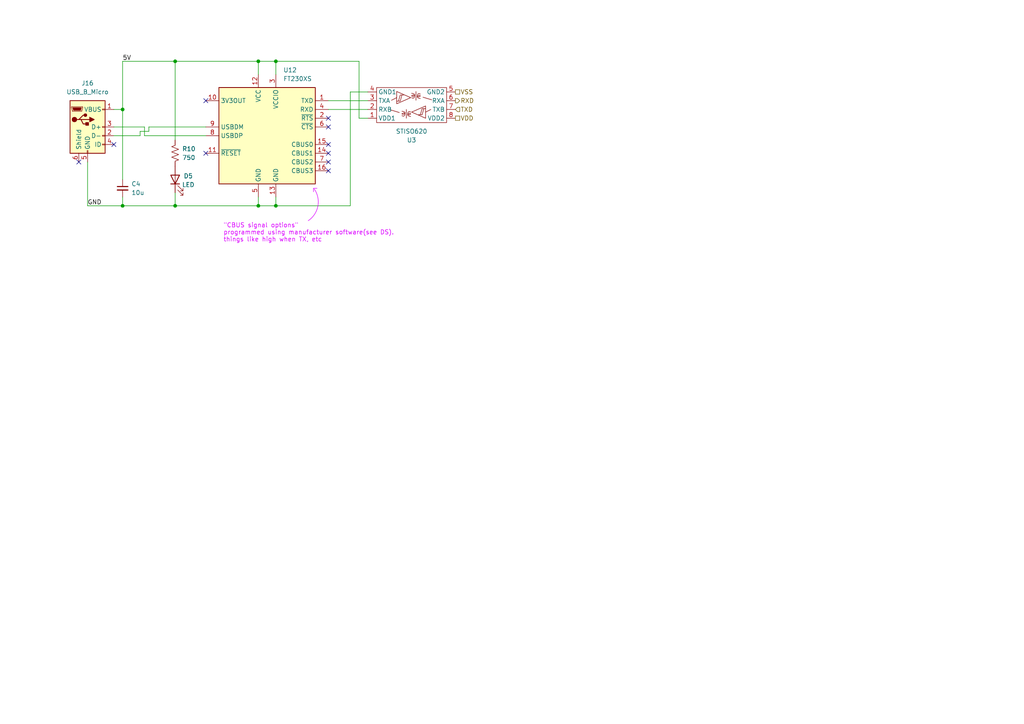
<source format=kicad_sch>
(kicad_sch (version 20250114) (generator "eeschema") (generator_version "9.0")
  (paper "A4")
  (lib_symbols
    (symbol "Connector:USB_B_Micro" (pin_names (offset 1.016))
      (property "Reference" "J" (at -5.08 11.43 0))
      (property "Value" "USB_B_Micro" (at -5.08 8.89 0))
      (symbol "USB_B_Micro_0_1"
        (rectangle (start -5.08 -7.62) (end 5.08 7.62) (stroke (width 0.254)) (fill (type background)))
        (polyline (pts (xy -4.699 5.842) (xy -4.699 5.588) (xy -4.445 4.826) (xy -4.445 4.572) (xy -1.651 4.572) (xy -1.651 4.826) (xy -1.397 5.588) (xy -1.397 5.842) (xy -4.699 5.842)))
        (polyline (pts (xy -4.318 5.588) (xy -1.778 5.588) (xy -2.032 4.826) (xy -4.064 4.826) (xy -4.318 5.588)) (fill (type outline)))
        (circle (center -3.81 2.159) (radius 0.635) (stroke (width 0.254)) (fill (type outline)))
        (polyline (pts (xy -3.175 2.159) (xy -2.54 2.159) (xy -1.27 3.429) (xy -0.635 3.429)) (stroke (width 0.254)))
        (polyline (pts (xy -2.54 2.159) (xy -1.905 2.159) (xy -1.27 0.889) (xy 0 0.889)) (stroke (width 0.254)))
        (polyline (pts (xy -1.905 2.159) (xy 0.635 2.159)) (stroke (width 0.254)))
        (circle (center -0.635 3.429) (radius 0.381) (stroke (width 0.254)) (fill (type outline)))
        (rectangle (start -0.127 -7.62) (end 0.127 -6.858))
        (rectangle (start 0.254 1.27) (end -0.508 0.508) (stroke (width 0.254)) (fill (type outline)))
        (polyline (pts (xy 0.635 2.794) (xy 0.635 1.524) (xy 1.905 2.159) (xy 0.635 2.794)) (stroke (width 0.254)) (fill (type outline)))
        (rectangle (start 5.08 4.953) (end 4.318 5.207))
        (rectangle (start 5.08 -0.127) (end 4.318 0.127))
        (rectangle (start 5.08 -2.667) (end 4.318 -2.413))
        (rectangle (start 5.08 -5.207) (end 4.318 -4.953))
      )
      (symbol "USB_B_Micro_1_1"
        (pin passive line (at -2.54 -10.16 90) (length 2.54) (name "Shield") (number "6"))
        (pin power_out line (at 0 -10.16 90) (length 2.54) (name "GND") (number "5"))
        (pin power_out line (at 7.62 5.08 180) (length 2.54) (name "VBUS") (number "1"))
        (pin bidirectional line (at 7.62 0 180) (length 2.54) (name "D+") (number "3"))
        (pin bidirectional line (at 7.62 -2.54 180) (length 2.54) (name "D-") (number "2"))
        (pin passive line (at 7.62 -5.08 180) (length 2.54) (name "ID") (number "4"))
      )
    )
    (symbol "Device:C_Small" (pin_numbers (hide yes)) (pin_names (offset 0.254) (hide yes))
      (property "Reference" "C" (at 0.254 1.778 0))
      (property "Value" "C_Small" (at 0.254 -2.032 0))
      (symbol "C_Small_0_1"
        (polyline (pts (xy -1.524 0.508) (xy 1.524 0.508)) (stroke (width 0.3048)))
        (polyline (pts (xy -1.524 -0.508) (xy 1.524 -0.508)) (stroke (width 0.3302)))
      )
      (symbol "C_Small_1_1"
        (pin passive line (at 0 2.54 270) (length 2.032) (name "~") (number "1"))
        (pin passive line (at 0 -2.54 90) (length 2.032) (name "~") (number "2"))
      )
    )
    (symbol "Device:LED" (pin_numbers (hide yes)) (pin_names (offset 1.016) (hide yes))
      (property "Reference" "D" (at 0 2.54 0))
      (property "Value" "LED" (at 0 -2.54 0))
      (symbol "LED_0_1"
        (polyline (pts (xy -3.048 -0.762) (xy -4.572 -2.286) (xy -3.81 -2.286) (xy -4.572 -2.286) (xy -4.572 -1.524)))
        (polyline (pts (xy -1.778 -0.762) (xy -3.302 -2.286) (xy -2.54 -2.286) (xy -3.302 -2.286) (xy -3.302 -1.524)))
        (polyline (pts (xy -1.27 0) (xy 1.27 0)))
        (polyline (pts (xy -1.27 -1.27) (xy -1.27 1.27)) (stroke (width 0.254)))
        (polyline (pts (xy 1.27 -1.27) (xy 1.27 1.27) (xy -1.27 0) (xy 1.27 -1.27)) (stroke (width 0.254)))
      )
      (symbol "LED_1_1"
        (pin passive line (at -3.81 0 0) (length 2.54) (name "K") (number "1"))
        (pin passive line (at 3.81 0 180) (length 2.54) (name "A") (number "2"))
      )
    )
    (symbol "Device:R_US" (pin_numbers (hide yes)) (pin_names (offset 0))
      (property "Reference" "R" (at 2.54 0 90))
      (property "Value" "R_US" (at -2.54 0 90))
      (symbol "R_US_0_1"
        (polyline (pts (xy 0 2.286) (xy 0 2.54)))
        (polyline (pts (xy 0 2.286) (xy 1.016 1.905) (xy 0 1.524) (xy -1.016 1.143) (xy 0 0.762)))
        (polyline (pts (xy 0 0.762) (xy 1.016 0.381) (xy 0 0) (xy -1.016 -0.381) (xy 0 -0.762)))
        (polyline (pts (xy 0 -0.762) (xy 1.016 -1.143) (xy 0 -1.524) (xy -1.016 -1.905) (xy 0 -2.286)))
        (polyline (pts (xy 0 -2.286) (xy 0 -2.54)))
      )
      (symbol "R_US_1_1"
        (pin passive line (at 0 3.81 270) (length 1.27) (name "~") (number "1"))
        (pin passive line (at 0 -3.81 90) (length 1.27) (name "~") (number "2"))
      )
    )
    (symbol "Interface_USB:FT230XS"
      (property "Reference" "U" (at -13.97 15.24 0))
      (property "Value" "FT230XS" (at 7.62 15.24 0))
      (symbol "FT230XS_0_1"
        (rectangle (start -13.97 13.97) (end 13.97 -13.97) (stroke (width 0.254)) (fill (type background)))
      )
      (symbol "FT230XS_1_1"
        (pin power_out line (at -17.78 10.16 0) (length 3.81) (name "3V3OUT") (number "10"))
        (pin bidirectional line (at -17.78 2.54 0) (length 3.81) (name "USBDM") (number "9"))
        (pin bidirectional line (at -17.78 0 0) (length 3.81) (name "USBDP") (number "8"))
        (pin input line (at -17.78 -5.08 0) (length 3.81) (name "~{RESET}") (number "11"))
        (pin power_in line (at -2.54 17.78 270) (length 3.81) (name "VCC") (number "12"))
        (pin power_in line (at -2.54 -17.78 90) (length 3.81) (name "GND") (number "5"))
        (pin power_in line (at 2.54 17.78 270) (length 3.81) (name "VCCIO") (number "3"))
        (pin power_in line (at 2.54 -17.78 90) (length 3.81) (name "GND") (number "13"))
        (pin output line (at 17.78 10.16 180) (length 3.81) (name "TXD") (number "1"))
        (pin input line (at 17.78 7.62 180) (length 3.81) (name "RXD") (number "4"))
        (pin output line (at 17.78 5.08 180) (length 3.81) (name "~{RTS}") (number "2"))
        (pin input line (at 17.78 2.54 180) (length 3.81) (name "~{CTS}") (number "6"))
        (pin bidirectional line (at 17.78 -2.54 180) (length 3.81) (name "CBUS0") (number "15"))
        (pin bidirectional line (at 17.78 -5.08 180) (length 3.81) (name "CBUS1") (number "14"))
        (pin bidirectional line (at 17.78 -7.62 180) (length 3.81) (name "CBUS2") (number "7"))
        (pin bidirectional line (at 17.78 -10.16 180) (length 3.81) (name "CBUS3") (number "16"))
      )
    )
    (symbol "zzLocalLibrary:STISO621"
      (property "Reference" "U" (at -0.254 6.35 0))
      (property "Value" "STISO620" (at 0 0 0))
      (symbol "STISO621_0_1"
        (rectangle (start -10.16 5.08) (end 10.16 -5.08))
        (polyline (pts (xy -5.842 -1.397) (xy -4.318 -2.159)))
        (polyline (pts (xy -4.318 -3.937) (xy -4.318 -0.381) (xy -0.254 -2.159) (xy -4.318 -3.937)))
        (polyline (pts (xy -4.064 -1.143) (xy -3.302 -1.143) (xy -2.794 -2.921) (xy -2.286 -2.921) (xy -3.302 -2.921) (xy -3.81 -1.143) (xy -4.318 -1.143)))
        (polyline (pts (xy -3.556 2.159) (xy -6.096 1.397)))
        (bezier (pts (xy -2.794 2.54) (xy -1.524 1.524) (xy -1.778 3.81) (xy -2.794 3.048)))
        (bezier (pts (xy -2.794 1.778) (xy -1.016 2.032) (xy -2.286 3.048) (xy -2.794 2.54)))
        (polyline (pts (xy -1.524 3.81) (xy -1.524 1.27)))
        (bezier (pts (xy -0.254 3.302) (xy -2.032 3.048) (xy -0.762 2.032) (xy -0.254 2.54)))
        (bezier (pts (xy -0.254 2.54) (xy -1.524 3.556) (xy -1.27 1.27) (xy -0.254 2.032)))
        (bezier (pts (xy 0 -2.667) (xy 1.27 -3.683) (xy 1.016 -1.397) (xy 0 -2.159)))
        (bezier (pts (xy 0 -3.429) (xy 1.778 -3.175) (xy 0.508 -2.159) (xy 0 -2.667)))
        (polyline (pts (xy 1.27 -3.937) (xy 1.27 -1.397)))
        (bezier (pts (xy 2.54 -1.905) (xy 0.762 -2.159) (xy 2.032 -3.175) (xy 2.54 -2.667)))
        (bezier (pts (xy 2.54 -2.667) (xy 1.27 -1.651) (xy 1.524 -3.937) (xy 2.54 -3.175)))
        (polyline (pts (xy 3.302 -2.286) (xy 5.842 -1.524)))
        (polyline (pts (xy 3.81 1.016) (xy 3.048 1.016) (xy 2.54 2.794) (xy 2.032 2.794) (xy 3.048 2.794) (xy 3.556 1.016) (xy 4.064 1.016)))
        (polyline (pts (xy 4.064 3.81) (xy 4.064 0.254) (xy 0 2.032) (xy 4.064 3.81)))
        (polyline (pts (xy 5.588 1.27) (xy 4.064 2.032)))
      )
      (symbol "STISO621_1_1"
        (pin input line (at -12.7 3.81 0) (length 2.54) (name "VDD1") (number "1"))
        (pin input line (at -12.7 1.27 0) (length 2.54) (name "RXB") (number "2"))
        (pin input line (at -12.7 -1.27 0) (length 2.54) (name "TXA") (number "3"))
        (pin input line (at -12.7 -3.81 0) (length 2.54) (name "GND1") (number "4"))
        (pin input line (at 12.7 3.81 180) (length 2.54) (name "VDD2") (number "8"))
        (pin input line (at 12.7 1.27 180) (length 2.54) (name "TXB") (number "7"))
        (pin input line (at 12.7 -1.27 180) (length 2.54) (name "RXA") (number "6"))
        (pin input line (at 12.7 -3.81 180) (length 2.54) (name "GND2") (number "5"))
      )
    )
  )
  (arc (start 91.186 54.864) (mid 92.1907 59.8042) (end 89.408 64.008) (stroke (width 0) (color 218 0 255 1)))
  (text "\"CBUS signal options\"\nprogrammed using manufacturer software(see DS).\nthings like high when TX, etc\n" (at 64.77 64.77 0) (effects (font (size 1.27 1.27)) (justify left top)))
  (junction (at 50.8 59.69))
  (junction (at 50.8 17.78))
  (junction (at 74.93 17.78))
  (junction (at 80.01 59.69))
  (junction (at 74.93 59.69))
  (junction (at 35.56 59.69))
  (junction (at 35.56 31.75))
  (junction (at 80.01 17.78))
  (no_connect (at 59.69 29.21))
  (no_connect (at 95.25 36.83))
  (no_connect (at 95.25 41.91))
  (no_connect (at 95.25 46.99))
  (no_connect (at 33.02 41.91))
  (no_connect (at 95.25 34.29))
  (no_connect (at 59.69 44.45))
  (no_connect (at 22.86 46.99))
  (no_connect (at 95.25 44.45))
  (no_connect (at 95.25 49.53))
  (wire (pts (xy 33.02 31.75) (xy 35.56 31.75)))
  (wire (pts (xy 50.8 55.88) (xy 50.8 59.69)))
  (polyline (pts (xy 90.932 54.61) (xy 90.932 55.626)) (stroke (width 0) (color 218 0 255 1)))
  (wire (pts (xy 35.56 17.78) (xy 50.8 17.78)))
  (wire (pts (xy 33.02 36.83) (xy 41.91 36.83)))
  (wire (pts (xy 40.64 39.37) (xy 40.64 38.1)))
  (wire (pts (xy 106.68 26.67) (xy 101.6 26.67)))
  (wire (pts (xy 41.91 36.83) (xy 41.91 39.37)))
  (wire (pts (xy 43.18 36.83) (xy 59.69 36.83)))
  (wire (pts (xy 33.02 39.37) (xy 40.64 39.37)))
  (wire (pts (xy 25.4 59.69) (xy 35.56 59.69)))
  (wire (pts (xy 74.93 59.69) (xy 80.01 59.69)))
  (wire (pts (xy 35.56 59.69) (xy 50.8 59.69)))
  (polyline (pts (xy 90.932 54.61) (xy 91.948 54.61)) (stroke (width 0) (color 218 0 255 1)))
  (wire (pts (xy 35.56 17.78) (xy 35.56 31.75)))
  (wire (pts (xy 50.8 17.78) (xy 74.93 17.78)))
  (wire (pts (xy 35.56 57.15) (xy 35.56 59.69)))
  (wire (pts (xy 80.01 59.69) (xy 101.6 59.69)))
  (wire (pts (xy 35.56 31.75) (xy 35.56 52.07)))
  (wire (pts (xy 80.01 17.78) (xy 74.93 17.78)))
  (wire (pts (xy 80.01 17.78) (xy 104.14 17.78)))
  (wire (pts (xy 25.4 46.99) (xy 25.4 59.69)))
  (wire (pts (xy 80.01 17.78) (xy 80.01 21.59)))
  (wire (pts (xy 40.64 38.1) (xy 43.18 38.1)))
  (wire (pts (xy 41.91 39.37) (xy 59.69 39.37)))
  (wire (pts (xy 104.14 34.29) (xy 104.14 17.78)))
  (wire (pts (xy 80.01 59.69) (xy 80.01 57.15)))
  (wire (pts (xy 50.8 59.69) (xy 74.93 59.69)))
  (wire (pts (xy 95.25 29.21) (xy 106.68 29.21)))
  (wire (pts (xy 74.93 17.78) (xy 74.93 21.59)))
  (wire (pts (xy 101.6 26.67) (xy 101.6 59.69)))
  (wire (pts (xy 106.68 34.29) (xy 104.14 34.29)))
  (wire (pts (xy 95.25 31.75) (xy 106.68 31.75)))
  (wire (pts (xy 74.93 57.15) (xy 74.93 59.69)))
  (wire (pts (xy 43.18 36.83) (xy 43.18 38.1)))
  (wire (pts (xy 50.8 17.78) (xy 50.8 40.64)))
  (label "GND" (at 25.4 59.69 0))
  (label "5V" (at 35.56 17.78 0))
  (hierarchical_label "VDD" (shape passive) (at 132.08 34.29 0))
  (hierarchical_label "RXD" (shape output) (at 132.08 29.21 0))
  (hierarchical_label "TXD" (shape input) (at 132.08 31.75 0))
  (hierarchical_label "VSS" (shape passive) (at 132.08 26.67 0))
  (symbol (lib_id "Connector:USB_B_Micro") (at 25.4 36.83 0) (unit 1)
    (property "Reference" "J16" (at 25.4 24.13 0))
    (property "Value" "USB_B_Micro" (at 25.4 26.67 0))
    (property "Footprint" "Connector_USB:USB_Micro-B_Amphenol_10118194-0001LF_Horizontal" (effects (hide yes)))
    (property "Description" "USB Micro Type B connector" (effects (hide yes)))
    (property "mouser" "https://www.mouser.com/ProductDetail/Amphenol-FCI/10118194-0001LF?qs=Ywefl8B65e4FIdY8OWfRQA%3D%3D" (effects (hide yes)))
    (property "specs" "1GOhm isolation allegedly" (effects (hide yes)))
    (property "unit x10" "0.363" (effects (hide yes)))
  )
  (symbol (lib_id "zzLocalLibrary:STISO621") (at 119.38 30.48 0) (mirror x) (unit 1)
    (property "Reference" "U3" (at 119.38 40.64 0))
    (property "Value" "STISO620" (at 119.38 38.1 0))
    (property "Footprint" "Package_SO:SOIC-8_7.5x5.85mm_P1.27mm" (effects (hide yes)))
    (property "mouser" "https://www.mouser.com/ProductDetail/STMicroelectronics/STISO621WTR?qs=DPoM0jnrROWnssw71EEUdg%3D%3D&srsltid=AfmBOooWor0VJktvanGRLm62GGRvBwRvNg6pgl64oBHJnTIBJyGQPB71" (effects (hide yes)))
    (property "specs" "galvanic isolation, 1.2kVDC working, 2 unidir chan, 100Mb/s, -40C, +125C" (effects (hide yes)))
    (property "unit x10" "2.22" (effects (hide yes)))
    (property "unit x1" "3.4" (effects (hide yes)))
  )
  (symbol (lib_id "Device:LED") (at 50.8 52.07 90) (unit 1)
    (property "Reference" "D5" (at 54.61 51.054 90))
    (property "Value" "LED" (at 54.61 53.594 90))
    (property "Footprint" "LED_SMD:LED_0603_1608Metric" (effects (hide yes)))
    (property "Description" "Amber LED, 5mA, 1.9Vf, 5Vr, 75mW" (effects (hide yes)))
    (property "Sim.Pins" "1=K 2=A" (effects (hide yes)))
    (property "mouser" "https://www.mouser.com/ProductDetail/Inolux/IN-S63AT5A?qs=sGAEpiMZZMusoohG2hS%252B168PbK3Wnfgfrs6xlVjjR%2FyR990S%252B53E4A%3D%3D" (effects (hide yes)))
    (property "specs" "amber, 5mA, 1.9V, 75mW, -40C, +85C" (effects (hide yes)))
    (property "unit x10" "0.118" (effects (hide yes)))
  )
  (symbol (lib_id "Device:R_US") (at 50.8 44.45 0) (mirror y) (unit 1)
    (property "Reference" "R10" (at 52.832 43.18 0) (effects (justify right)))
    (property "Value" "750" (at 52.832 45.72 0) (effects (justify right)))
    (property "Footprint" "Resistor_SMD:R_1206_3216Metric_Pad1.30x1.75mm_HandSolder" (effects (hide yes)))
    (property "Datasheet" "https://www.mouser.com/ProductDetail/Panasonic/ERJ-P08F6800V?qs=iIVTEDlrHA3SVAPfz%2FMedg%3D%3D" (effects (hide yes)))
    (property "Description" "Resistor, US symbol" (effects (hide yes)))
    (property "mouser" "https://www.mouser.com/ProductDetail/YAGEO/RC1206JR-13750RL?qs=sGAEpiMZZMvdGkrng054t8AJgcdMkx7xRBGyMWDk%2FFM%3D" (effects (hide yes)))
    (property "specs" "750mOhm, 250mW, 5%, 100PPM, 200C, -55C, +155C" (effects (hide yes)))
    (property "unit x10" "0.022" (effects (hide yes)))
  )
  (symbol (lib_id "Device:C_Small") (at 35.56 54.61 0) (unit 1)
    (property "Reference" "C4" (at 38.1 53.3462 0) (effects (justify left)))
    (property "Value" "10u" (at 38.1 55.8862 0) (effects (justify left)))
    (property "Footprint" "Capacitor_SMD:C_1206_3216Metric_Pad1.33x1.80mm_HandSolder" (effects (hide yes)))
    (property "Description" "50Vdc, 10%, +125C" (effects (hide yes)))
    (property "mouser" "https://www.mouser.com/ProductDetail/Samsung-Electro-Mechanics/CL31A106KBHNNNE?qs=sGAEpiMZZMsh%252B1woXyUXjxqcB7t9naYpzWmpMbMJIKQ%3D" (effects (hide yes)))
    (property "specs" "10uF, 50VDC, X5R, 10%, -55C, +85C" (effects (hide yes)))
    (property "unit x10" "0.07" (effects (hide yes)))
  )
  (symbol (lib_id "Interface_USB:FT230XS") (at 77.47 39.37 0) (unit 1)
    (property "Reference" "U12" (at 82.1533 20.32 0) (effects (justify left)))
    (property "Value" "FT230XS" (at 82.1533 22.86 0) (effects (justify left)))
    (property "Footprint" "Package_SO:SSOP-16_3.9x4.9mm_P0.635mm" (effects (hide yes)))
    (property "Datasheet" "https://ftdichip.com/wp-content/uploads/2021/10/DS_FT230X.pdf" (effects (hide yes)))
    (property "Description" "Full Speed USB to Basic UART, SSOP-16" (effects (hide yes)))
    (property "mouser" "https://www.mouser.com/ProductDetail/FTDI/FT230XS-U?qs=Gp1Yz1mis3UZolxbXux7lw%3D%3D" (effects (hide yes)))
    (property "specs" "USB x UART bridge, 1 chan" (effects (hide yes)))
  )
)
</source>
